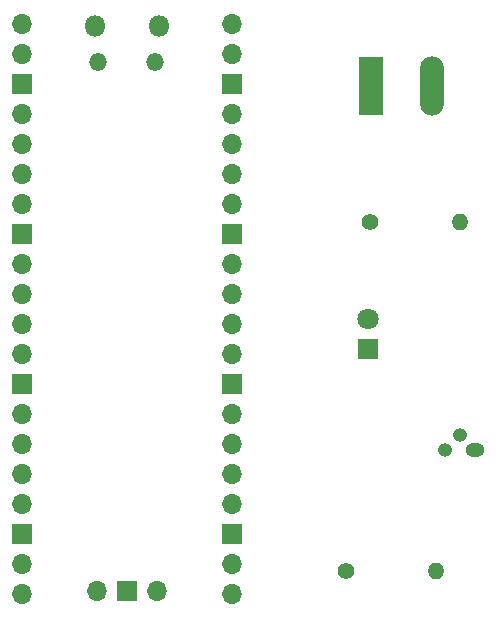
<source format=gbr>
%TF.GenerationSoftware,KiCad,Pcbnew,8.0.0*%
%TF.CreationDate,2024-03-28T11:28:23-03:00*%
%TF.ProjectId,POND_MOD05SEM06,504f4e44-5f4d-44f4-9430-3553454d3036,rev?*%
%TF.SameCoordinates,Original*%
%TF.FileFunction,Soldermask,Bot*%
%TF.FilePolarity,Negative*%
%FSLAX46Y46*%
G04 Gerber Fmt 4.6, Leading zero omitted, Abs format (unit mm)*
G04 Created by KiCad (PCBNEW 8.0.0) date 2024-03-28 11:28:23*
%MOMM*%
%LPD*%
G01*
G04 APERTURE LIST*
%ADD10R,2.020000X5.020000*%
%ADD11O,2.020000X5.020000*%
%ADD12C,1.400000*%
%ADD13O,1.400000X1.400000*%
%ADD14R,1.800000X1.800000*%
%ADD15C,1.800000*%
%ADD16O,1.800000X1.800000*%
%ADD17O,1.500000X1.500000*%
%ADD18O,1.700000X1.700000*%
%ADD19R,1.700000X1.700000*%
%ADD20O,1.600000X1.200000*%
%ADD21O,1.200000X1.200000*%
G04 APERTURE END LIST*
D10*
%TO.C,J1*%
X117790000Y-49000000D03*
D11*
X122970000Y-49000000D03*
%TD*%
D12*
%TO.C,R1*%
X117690000Y-60500000D03*
D13*
X125310000Y-60500000D03*
%TD*%
D14*
%TO.C,D1*%
X117550000Y-71250000D03*
D15*
X117550000Y-68710000D03*
%TD*%
D13*
%TO.C,R2*%
X123310000Y-90000000D03*
D12*
X115690000Y-90000000D03*
%TD*%
D16*
%TO.C,U1*%
X94420552Y-43865552D03*
D17*
X94720552Y-46895552D03*
X99570552Y-46895552D03*
D16*
X99870552Y-43865552D03*
D18*
X88255552Y-43735552D03*
X88255552Y-46275552D03*
D19*
X88255552Y-48815552D03*
D18*
X88255552Y-51355552D03*
X88255552Y-53895552D03*
X88255552Y-56435552D03*
X88255552Y-58975552D03*
D19*
X88255552Y-61515552D03*
D18*
X88255552Y-64055552D03*
X88255552Y-66595552D03*
X88255552Y-69135552D03*
X88255552Y-71675552D03*
D19*
X88255552Y-74215552D03*
D18*
X88255552Y-76755552D03*
X88255552Y-79295552D03*
X88255552Y-81835552D03*
X88255552Y-84375552D03*
D19*
X88255552Y-86915552D03*
D18*
X88255552Y-89455552D03*
X88255552Y-91995552D03*
X106035552Y-91995552D03*
X106035552Y-89455552D03*
D19*
X106035552Y-86915552D03*
D18*
X106035552Y-84375552D03*
X106035552Y-81835552D03*
X106035552Y-79295552D03*
X106035552Y-76755552D03*
D19*
X106035552Y-74215552D03*
D18*
X106035552Y-71675552D03*
X106035552Y-69135552D03*
X106035552Y-66595552D03*
X106035552Y-64055552D03*
D19*
X106035552Y-61515552D03*
D18*
X106035552Y-58975552D03*
X106035552Y-56435552D03*
X106035552Y-53895552D03*
X106035552Y-51355552D03*
D19*
X106035552Y-48815552D03*
D18*
X106035552Y-46275552D03*
X106035552Y-43735552D03*
X94605552Y-91765552D03*
D19*
X97145552Y-91765552D03*
D18*
X99685552Y-91765552D03*
%TD*%
D20*
%TO.C,Q1*%
X126585276Y-79815276D03*
D21*
X125315276Y-78545276D03*
X124045276Y-79815276D03*
%TD*%
M02*

</source>
